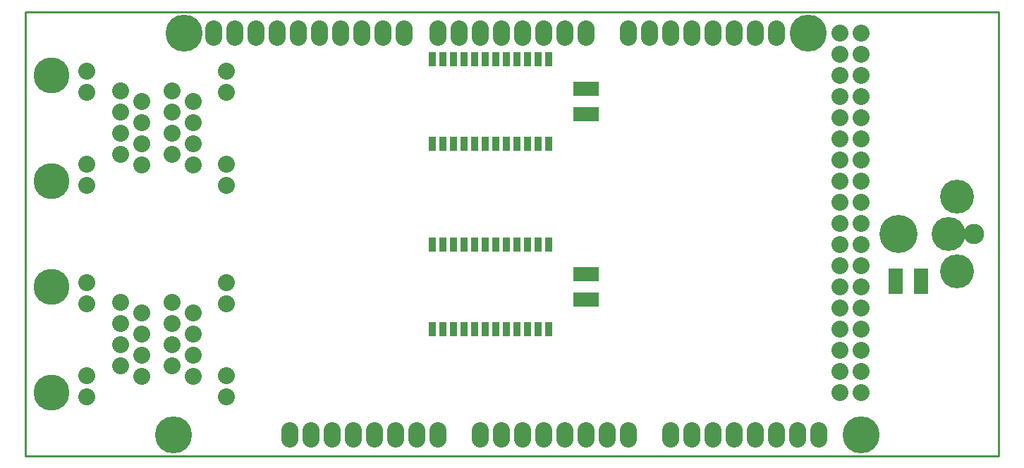
<source format=gbs>
G04 (created by PCBNEW (2013-jul-07)-stable) date Wed 27 Aug 2014 01:35:07 PM EDT*
%MOIN*%
G04 Gerber Fmt 3.4, Leading zero omitted, Abs format*
%FSLAX34Y34*%
G01*
G70*
G90*
G04 APERTURE LIST*
%ADD10C,0.00590551*%
%ADD11C,0.009*%
%ADD12C,0.175*%
%ADD13O,0.08X0.12*%
%ADD14C,0.08*%
%ADD15C,0.096*%
%ADD16C,0.16*%
%ADD17C,0.18*%
%ADD18R,0.07X0.12*%
%ADD19R,0.12X0.07*%
%ADD20R,0.035X0.07*%
%ADD21C,0.17*%
G04 APERTURE END LIST*
G54D10*
G54D11*
X89500Y-51500D02*
X43500Y-51500D01*
X43500Y-30500D02*
X89500Y-30500D01*
X43500Y-30500D02*
X43500Y-51500D01*
X89500Y-51500D02*
X89500Y-30500D01*
G54D12*
X50500Y-50500D03*
X51000Y-31500D03*
X83000Y-50500D03*
X80500Y-31500D03*
G54D13*
X56000Y-50500D03*
X57000Y-50500D03*
X58000Y-50500D03*
X59000Y-50500D03*
X60000Y-50500D03*
X61000Y-50500D03*
X62000Y-50500D03*
X63000Y-50500D03*
X65000Y-50500D03*
X66000Y-50500D03*
X67000Y-50500D03*
X68000Y-50500D03*
X69000Y-50500D03*
X70000Y-50500D03*
X71000Y-50500D03*
X72000Y-50500D03*
X74000Y-50500D03*
X75000Y-50500D03*
X76000Y-50500D03*
X77000Y-50500D03*
X78000Y-50500D03*
X79000Y-50500D03*
X80000Y-50500D03*
X81000Y-50500D03*
X52400Y-31500D03*
X53400Y-31500D03*
X54400Y-31500D03*
X55400Y-31500D03*
X56400Y-31500D03*
X57400Y-31500D03*
X58400Y-31500D03*
X59400Y-31500D03*
X60400Y-31500D03*
X61400Y-31500D03*
X63000Y-31500D03*
X70000Y-31500D03*
X69000Y-31500D03*
X68000Y-31500D03*
X67000Y-31500D03*
X66000Y-31500D03*
X65000Y-31500D03*
X64000Y-31500D03*
X72000Y-31500D03*
X73000Y-31500D03*
X74000Y-31500D03*
X75000Y-31500D03*
X76000Y-31500D03*
X77000Y-31500D03*
X78000Y-31500D03*
X79000Y-31500D03*
G54D14*
X82000Y-31500D03*
X83000Y-31500D03*
X82000Y-32500D03*
X83000Y-32500D03*
X82000Y-33500D03*
X83000Y-33500D03*
X82000Y-34500D03*
X83000Y-34500D03*
X82000Y-35500D03*
X83000Y-35500D03*
X82000Y-36500D03*
X83000Y-36500D03*
X82000Y-37500D03*
X83000Y-37500D03*
X82000Y-38500D03*
X83000Y-38500D03*
X82000Y-39500D03*
X83000Y-39500D03*
X82000Y-40500D03*
X83000Y-40500D03*
X82000Y-41500D03*
X83000Y-41500D03*
X82000Y-42500D03*
X83000Y-42500D03*
X82000Y-43500D03*
X83000Y-43500D03*
X82000Y-44500D03*
X83000Y-44500D03*
X82000Y-45500D03*
X83000Y-45500D03*
X82000Y-46500D03*
X83000Y-46500D03*
X82000Y-47500D03*
X83000Y-47500D03*
X82000Y-48500D03*
X83000Y-48500D03*
G54D15*
X88320Y-41000D03*
G54D16*
X87140Y-41000D03*
G54D17*
X84780Y-41000D03*
G54D16*
X87530Y-39230D03*
X87530Y-42770D03*
G54D18*
X84650Y-43250D03*
X85850Y-43250D03*
G54D19*
X70000Y-34150D03*
X70000Y-35350D03*
X70000Y-42900D03*
X70000Y-44100D03*
G54D20*
X65750Y-36750D03*
X66250Y-36750D03*
X66750Y-36750D03*
X67250Y-36750D03*
X67750Y-36750D03*
X68250Y-36750D03*
X65250Y-36750D03*
X64750Y-36750D03*
X64250Y-36750D03*
X63750Y-36750D03*
X63250Y-36750D03*
X62750Y-36750D03*
X62750Y-32750D03*
X63250Y-32750D03*
X63750Y-32750D03*
X64250Y-32750D03*
X64750Y-32750D03*
X65250Y-32750D03*
X65750Y-32750D03*
X66250Y-32750D03*
X66750Y-32750D03*
X67250Y-32750D03*
X67750Y-32750D03*
X68250Y-32750D03*
X65750Y-45500D03*
X66250Y-45500D03*
X66750Y-45500D03*
X67250Y-45500D03*
X67750Y-45500D03*
X68250Y-45500D03*
X65250Y-45500D03*
X64750Y-45500D03*
X64250Y-45500D03*
X63750Y-45500D03*
X63250Y-45500D03*
X62750Y-45500D03*
X62750Y-41500D03*
X63250Y-41500D03*
X63750Y-41500D03*
X64250Y-41500D03*
X64750Y-41500D03*
X65250Y-41500D03*
X65750Y-41500D03*
X66250Y-41500D03*
X66750Y-41500D03*
X67250Y-41500D03*
X67750Y-41500D03*
X68250Y-41500D03*
G54D21*
X44750Y-43500D03*
X44750Y-48500D03*
G54D14*
X46400Y-43300D03*
X46400Y-44300D03*
X46400Y-47700D03*
X46400Y-48700D03*
X48000Y-44250D03*
X48000Y-45250D03*
X48000Y-46250D03*
X48000Y-47250D03*
X49000Y-44750D03*
X49000Y-45750D03*
X49000Y-46750D03*
X49000Y-47750D03*
X50450Y-44250D03*
X50450Y-45250D03*
X51450Y-44750D03*
X51450Y-45750D03*
X50450Y-46250D03*
X51450Y-46750D03*
X50450Y-47250D03*
X51450Y-47750D03*
X53000Y-43300D03*
X53000Y-44300D03*
X53000Y-47700D03*
X53000Y-48700D03*
G54D21*
X44750Y-33500D03*
X44750Y-38500D03*
G54D14*
X46400Y-33300D03*
X46400Y-34300D03*
X46400Y-37700D03*
X46400Y-38700D03*
X48000Y-34250D03*
X48000Y-35250D03*
X48000Y-36250D03*
X48000Y-37250D03*
X49000Y-34750D03*
X49000Y-35750D03*
X49000Y-36750D03*
X49000Y-37750D03*
X50450Y-34250D03*
X50450Y-35250D03*
X51450Y-34750D03*
X51450Y-35750D03*
X50450Y-36250D03*
X51450Y-36750D03*
X50450Y-37250D03*
X51450Y-37750D03*
X53000Y-33300D03*
X53000Y-34300D03*
X53000Y-37700D03*
X53000Y-38700D03*
M02*

</source>
